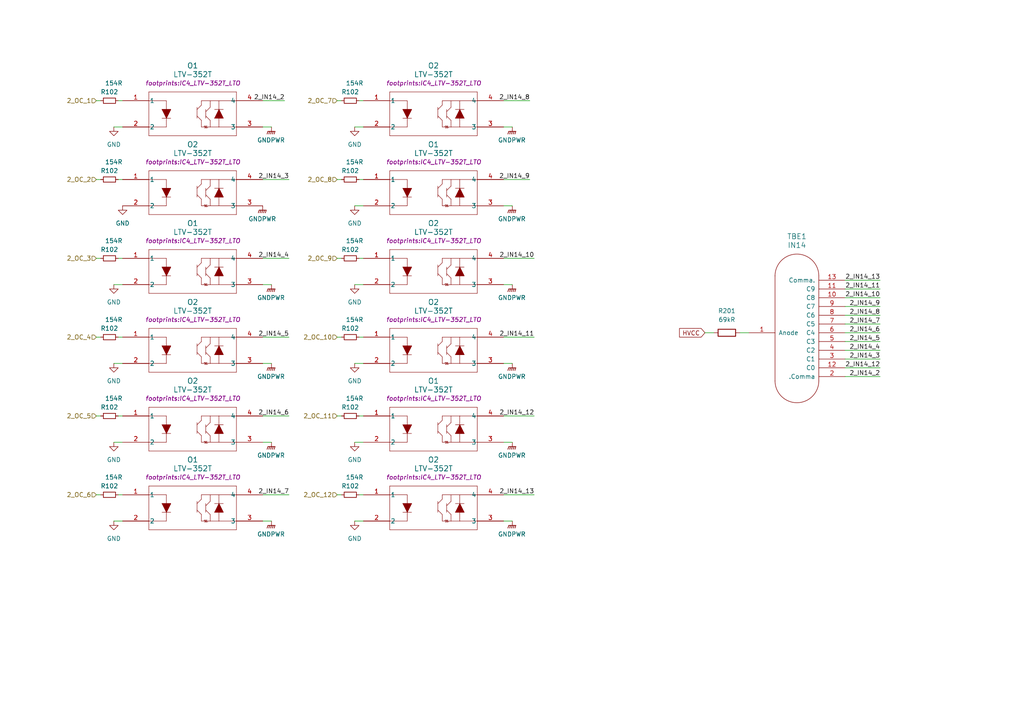
<source format=kicad_sch>
(kicad_sch (version 20230121) (generator eeschema)
  (paper "A4")
  (lib_symbols
    (symbol "Device:R" (pin_numbers hide) (pin_names (offset 0))
      (property "Reference" "R" (at 2.032 0 90))
      (property "Value" "R" (at 0 0 90))
      (symbol "R_0_1"
        (rectangle (start -1.016 -2.54) (end 1.016 2.54) (stroke (width 0.254)))
      )
      (symbol "R_1_1"
        (pin passive line (at 0 3.81 270) (length 1.27) (name "~") (number "1"))
        (pin passive line (at 0 -3.81 90) (length 1.27) (name "~") (number "2"))
      )
    )
    (symbol "Device:R_Small" (pin_numbers hide) (pin_names (offset 0.254) hide)
      (property "Reference" "R" (at 0.762 0.508 0))
      (property "Value" "R_Small" (at 0.762 -1.016 0))
      (symbol "R_Small_0_1"
        (rectangle (start -0.762 1.778) (end 0.762 -1.778) (stroke (width 0.2032)))
      )
      (symbol "R_Small_1_1"
        (pin passive line (at 0 2.54 270) (length 0.762) (name "~") (number "1"))
        (pin passive line (at 0 -2.54 90) (length 0.762) (name "~") (number "2"))
      )
    )
    (symbol "LTV-352T_LTO:LTV-352T" (pin_names (offset 0.254))
      (property "Reference" "U" (at 0 12.7 0))
      (property "Value" "LTV-352T" (at 0 10.16 0))
      (property "Footprint" "footprints:IC4_LTV-352T_LTO" (at 0 7.62 0))
      (symbol "LTV-352T_0_1"
        (polyline (pts (xy -12.7 -6.35) (xy 12.7 -6.35)) (stroke (width 0.127)))
        (polyline (pts (xy -12.7 -3.81) (xy -7.62 -3.81)) (stroke (width 0.127)))
        (polyline (pts (xy -12.7 3.81) (xy -7.62 3.81)) (stroke (width 0.127)))
        (polyline (pts (xy -12.7 6.35) (xy -12.7 -6.35)) (stroke (width 0.127)))
        (polyline (pts (xy -8.89 -1.27) (xy -6.35 -1.27)) (stroke (width 0.127)))
        (polyline (pts (xy -8.89 1.27) (xy -7.62 -1.27)) (stroke (width 0.127)))
        (polyline (pts (xy -8.89 1.27) (xy -6.35 1.27)) (stroke (width 0.127)))
        (polyline (pts (xy -7.62 3.81) (xy -7.62 -3.81)) (stroke (width 0.127)))
        (polyline (pts (xy -6.35 1.27) (xy -7.62 -1.27)) (stroke (width 0.127)))
        (polyline (pts (xy 1.27 -0.635) (xy 2.54 -1.905)) (stroke (width 0.127)))
        (polyline (pts (xy 1.27 1.905) (xy 1.27 -1.27)) (stroke (width 0.127)))
        (polyline (pts (xy 2.54 -3.81) (xy 3.175 -3.81)) (stroke (width 0.127)))
        (polyline (pts (xy 2.54 -1.905) (xy 2.54 -3.81)) (stroke (width 0.127)))
        (polyline (pts (xy 2.54 2.54) (xy 1.27 1.27)) (stroke (width 0.127)))
        (polyline (pts (xy 2.54 3.81) (xy 2.54 2.54)) (stroke (width 0.127)))
        (polyline (pts (xy 3.175 -3.81) (xy 3.4925 -3.4925)) (stroke (width 0.127)))
        (polyline (pts (xy 3.4925 -4.1275) (xy 3.81 -3.4925)) (stroke (width 0.127)))
        (polyline (pts (xy 3.4925 -3.4925) (xy 3.4925 -4.1275)) (stroke (width 0.127)))
        (polyline (pts (xy 3.81 -4.1275) (xy 4.1275 -3.4925)) (stroke (width 0.127)))
        (polyline (pts (xy 3.81 -3.4925) (xy 3.81 -4.1275)) (stroke (width 0.127)))
        (polyline (pts (xy 3.81 -0.635) (xy 5.08 -1.905)) (stroke (width 0.127)))
        (polyline (pts (xy 3.81 0.635) (xy 5.08 1.905)) (stroke (width 0.127)))
        (polyline (pts (xy 3.81 1.27) (xy 3.81 -1.27)) (stroke (width 0.127)))
        (polyline (pts (xy 4.1275 -4.1275) (xy 4.445 -3.81)) (stroke (width 0.127)))
        (polyline (pts (xy 4.1275 -3.4925) (xy 4.1275 -4.1275)) (stroke (width 0.127)))
        (polyline (pts (xy 5.08 -3.81) (xy 4.445 -3.81)) (stroke (width 0.127)))
        (polyline (pts (xy 5.08 -1.905) (xy 5.08 -3.81)) (stroke (width 0.127)))
        (polyline (pts (xy 5.08 1.905) (xy 5.08 3.81)) (stroke (width 0.127)))
        (polyline (pts (xy 6.35 -1.27) (xy 7.62 1.27)) (stroke (width 0.127)))
        (polyline (pts (xy 6.35 -1.27) (xy 8.89 -1.27)) (stroke (width 0.127)))
        (polyline (pts (xy 6.35 1.27) (xy 8.89 1.27)) (stroke (width 0.127)))
        (polyline (pts (xy 7.62 -3.81) (xy 5.08 -3.81)) (stroke (width 0.127)))
        (polyline (pts (xy 7.62 -3.81) (xy 12.7 -3.81)) (stroke (width 0.127)))
        (polyline (pts (xy 7.62 1.27) (xy 8.89 -1.27)) (stroke (width 0.127)))
        (polyline (pts (xy 7.62 3.81) (xy 2.54 3.81)) (stroke (width 0.127)))
        (polyline (pts (xy 7.62 3.81) (xy 7.62 -3.81)) (stroke (width 0.127)))
        (polyline (pts (xy 12.7 -6.35) (xy 12.7 6.35)) (stroke (width 0.127)))
        (polyline (pts (xy 12.7 3.81) (xy 7.62 3.81)) (stroke (width 0.127)))
        (polyline (pts (xy 12.7 6.35) (xy -12.7 6.35)) (stroke (width 0.127)))
        (polyline (pts (xy -8.89 1.27) (xy -6.35 1.27) (xy -7.62 -1.27)) (fill (type outline)))
        (polyline (pts (xy 6.35 -1.27) (xy 8.89 -1.27) (xy 7.62 1.27)) (fill (type outline)))
        (pin passive line (at -20.32 3.81 0) (length 7.62) (name "1") (number "1"))
        (pin passive line (at -20.32 -3.81 0) (length 7.62) (name "2") (number "2"))
        (pin passive line (at 20.32 -3.81 180) (length 7.62) (name "3") (number "3"))
        (pin passive line (at 20.32 3.81 180) (length 7.62) (name "4") (number "4"))
      )
    )
    (symbol "in-14_nixie:IN14-Nixie_proj-rescue" (pin_names (offset 1.016))
      (property "Reference" "TBE202" (at -2.54 0 0))
      (property "Value" "IN14" (at -8.89 -7.62 0))
      (symbol "IN14-Nixie_proj-rescue_0_1"
        (arc (start -6.35 -1.27) (mid -12.6724 -7.62) (end -6.35 -13.97))
        (polyline (pts (xy -6.35 -13.97) (xy 24.13 -13.97)))
        (polyline (pts (xy 24.13 -1.27) (xy -6.35 -1.27)))
        (arc (start 24.13 -13.97) (mid 30.4524 -7.62) (end 24.13 -1.27))
      )
      (symbol "IN14-Nixie_proj-rescue_1_1"
        (pin input line (at 7.62 6.35 270) (length 7.62) (name "Anode") (number "1"))
        (pin passive line (at 17.78 -21.59 90) (length 7.62) (name "C8") (number "10"))
        (pin passive line (at 20.32 -21.59 90) (length 7.62) (name "C9") (number "11"))
        (pin passive line (at -2.54 -21.59 90) (length 7.62) (name "C0") (number "12"))
        (pin passive line (at 22.86 -21.59 90) (length 7.62) (name "Comma.") (number "13"))
        (pin passive line (at -5.08 -21.59 90) (length 7.62) (name ".Comma") (number "2"))
        (pin passive line (at 0 -21.59 90) (length 7.62) (name "C1") (number "3"))
        (pin passive line (at 2.54 -21.59 90) (length 7.62) (name "C2") (number "4"))
        (pin passive line (at 5.08 -21.59 90) (length 7.62) (name "C3") (number "5"))
        (pin passive line (at 7.62 -21.59 90) (length 7.62) (name "C4") (number "6"))
        (pin passive line (at 10.16 -21.59 90) (length 7.62) (name "C5") (number "7"))
        (pin passive line (at 12.7 -21.59 90) (length 7.62) (name "C6") (number "8"))
        (pin passive line (at 15.24 -21.59 90) (length 7.62) (name "C7") (number "9"))
      )
    )
    (symbol "power:GND" (power) (pin_names (offset 0))
      (property "Value" "GND" (at 0 -3.81 0))
      (symbol "GND_0_1"
        (polyline (pts (xy 0 0) (xy 0 -1.27) (xy 1.27 -1.27) (xy 0 -2.54) (xy -1.27 -1.27) (xy 0 -1.27)))
      )
      (symbol "GND_1_1"
        (pin power_in line (at 0 0 270) (length 0) hide (name "GND") (number "1"))
      )
    )
    (symbol "power:GNDPWR" (power) (pin_names (offset 0))
      (property "Value" "GNDPWR" (at 0 -3.302 0))
      (symbol "GNDPWR_0_1"
        (polyline (pts (xy 0 -1.27) (xy 0 0)))
        (polyline (pts (xy -1.016 -1.27) (xy -1.27 -2.032) (xy -1.27 -2.032)) (stroke (width 0.2032)))
        (polyline (pts (xy -0.508 -1.27) (xy -0.762 -2.032) (xy -0.762 -2.032)) (stroke (width 0.2032)))
        (polyline (pts (xy 0 -1.27) (xy -0.254 -2.032) (xy -0.254 -2.032)) (stroke (width 0.2032)))
        (polyline (pts (xy 0.508 -1.27) (xy 0.254 -2.032) (xy 0.254 -2.032)) (stroke (width 0.2032)))
        (polyline (pts (xy 1.016 -1.27) (xy -1.016 -1.27) (xy -1.016 -1.27)) (stroke (width 0.2032)))
        (polyline (pts (xy 1.016 -1.27) (xy 0.762 -2.032) (xy 0.762 -2.032) (xy 0.762 -2.032)) (stroke (width 0.2032)))
      )
      (symbol "GNDPWR_1_1"
        (pin power_in line (at 0 0 270) (length 0) hide (name "GNDPWR") (number "1"))
      )
    )
  )
  (wire (pts (xy 35.56 151.13) (xy 33.02 151.13)))
  (wire (pts (xy 104.14 143.51) (xy 105.41 143.51)))
  (wire (pts (xy 34.29 143.51) (xy 35.56 143.51)))
  (wire (pts (xy 255.27 83.82) (xy 245.11 83.82)))
  (wire (pts (xy 104.14 74.93) (xy 105.41 74.93)))
  (wire (pts (xy 102.87 105.41) (xy 105.41 105.41)))
  (wire (pts (xy 102.87 59.69) (xy 105.41 59.69)))
  (wire (pts (xy 154.94 143.51) (xy 146.05 143.51)))
  (wire (pts (xy 27.94 120.65) (xy 29.21 120.65)))
  (wire (pts (xy 83.82 52.07) (xy 76.2 52.07)))
  (wire (pts (xy 204.47 96.52) (xy 207.01 96.52)))
  (wire (pts (xy 102.87 82.55) (xy 105.41 82.55)))
  (wire (pts (xy 104.14 29.21) (xy 105.41 29.21)))
  (wire (pts (xy 153.67 52.07) (xy 146.05 52.07)))
  (wire (pts (xy 255.27 106.68) (xy 245.11 106.68)))
  (wire (pts (xy 255.27 101.6) (xy 245.11 101.6)))
  (wire (pts (xy 83.82 120.65) (xy 76.2 120.65)))
  (wire (pts (xy 154.94 97.79) (xy 146.05 97.79)))
  (wire (pts (xy 83.82 74.93) (xy 76.2 74.93)))
  (wire (pts (xy 104.14 52.07) (xy 105.41 52.07)))
  (wire (pts (xy 102.87 36.83) (xy 105.41 36.83)))
  (wire (pts (xy 97.79 97.79) (xy 99.06 97.79)))
  (wire (pts (xy 255.27 91.44) (xy 245.11 91.44)))
  (wire (pts (xy 83.82 143.51) (xy 76.2 143.51)))
  (wire (pts (xy 146.05 105.41) (xy 148.59 105.41)))
  (wire (pts (xy 97.79 120.65) (xy 99.06 120.65)))
  (wire (pts (xy 34.29 52.07) (xy 35.56 52.07)))
  (wire (pts (xy 102.87 151.13) (xy 105.41 151.13)))
  (wire (pts (xy 104.14 120.65) (xy 105.41 120.65)))
  (wire (pts (xy 76.2 36.83) (xy 78.74 36.83)))
  (wire (pts (xy 35.56 128.27) (xy 33.02 128.27)))
  (wire (pts (xy 27.94 29.21) (xy 29.21 29.21)))
  (wire (pts (xy 27.94 52.07) (xy 29.21 52.07)))
  (wire (pts (xy 146.05 151.13) (xy 148.59 151.13)))
  (wire (pts (xy 97.79 143.51) (xy 99.06 143.51)))
  (wire (pts (xy 214.63 96.52) (xy 217.17 96.52)))
  (wire (pts (xy 34.29 97.79) (xy 35.56 97.79)))
  (wire (pts (xy 146.05 36.83) (xy 148.59 36.83)))
  (wire (pts (xy 97.79 74.93) (xy 99.06 74.93)))
  (wire (pts (xy 146.05 59.69) (xy 148.59 59.69)))
  (wire (pts (xy 35.56 82.55) (xy 33.02 82.55)))
  (wire (pts (xy 255.27 109.22) (xy 245.11 109.22)))
  (wire (pts (xy 97.79 52.07) (xy 99.06 52.07)))
  (wire (pts (xy 255.27 86.36) (xy 245.11 86.36)))
  (wire (pts (xy 146.05 128.27) (xy 148.59 128.27)))
  (wire (pts (xy 146.05 82.55) (xy 148.59 82.55)))
  (wire (pts (xy 76.2 105.41) (xy 78.74 105.41)))
  (wire (pts (xy 27.94 97.79) (xy 29.21 97.79)))
  (wire (pts (xy 255.27 96.52) (xy 245.11 96.52)))
  (wire (pts (xy 34.29 74.93) (xy 35.56 74.93)))
  (wire (pts (xy 76.2 128.27) (xy 78.74 128.27)))
  (wire (pts (xy 104.14 97.79) (xy 105.41 97.79)))
  (wire (pts (xy 255.27 93.98) (xy 245.11 93.98)))
  (wire (pts (xy 34.29 120.65) (xy 35.56 120.65)))
  (wire (pts (xy 82.55 29.21) (xy 76.2 29.21)))
  (wire (pts (xy 255.27 99.06) (xy 245.11 99.06)))
  (wire (pts (xy 255.27 88.9) (xy 245.11 88.9)))
  (wire (pts (xy 154.94 74.93) (xy 146.05 74.93)))
  (wire (pts (xy 255.27 104.14) (xy 245.11 104.14)))
  (wire (pts (xy 154.94 120.65) (xy 146.05 120.65)))
  (wire (pts (xy 102.87 128.27) (xy 105.41 128.27)))
  (wire (pts (xy 35.56 36.83) (xy 33.02 36.83)))
  (wire (pts (xy 35.56 105.41) (xy 33.02 105.41)))
  (wire (pts (xy 83.82 97.79) (xy 76.2 97.79)))
  (wire (pts (xy 27.94 143.51) (xy 29.21 143.51)))
  (wire (pts (xy 76.2 82.55) (xy 78.74 82.55)))
  (wire (pts (xy 97.79 29.21) (xy 99.06 29.21)))
  (wire (pts (xy 255.27 81.28) (xy 245.11 81.28)))
  (wire (pts (xy 27.94 74.93) (xy 29.21 74.93)))
  (wire (pts (xy 76.2 151.13) (xy 78.74 151.13)))
  (wire (pts (xy 153.67 29.21) (xy 146.05 29.21)))
  (wire (pts (xy 34.29 29.21) (xy 35.56 29.21)))
  (label "2_IN14_4" (at 255.27 101.6 180))
  (label "2_IN14_2" (at 82.55 29.21 180))
  (label "2_IN14_3" (at 255.27 104.14 180))
  (label "2_IN14_7" (at 83.82 143.51 180))
  (label "2_IN14_9" (at 255.27 88.9 180))
  (label "2_IN14_9" (at 153.67 52.07 180))
  (label "2_IN14_4" (at 83.82 74.93 180))
  (label "2_IN14_8" (at 153.67 29.21 180))
  (label "2_IN14_13" (at 154.94 143.51 180))
  (label "2_IN14_10" (at 154.94 74.93 180))
  (label "2_IN14_5" (at 255.27 99.06 180))
  (label "2_IN14_10" (at 255.27 86.36 180))
  (label "2_IN14_6" (at 255.27 96.52 180))
  (label "2_IN14_12" (at 154.94 120.65 180))
  (label "2_IN14_5" (at 83.82 97.79 180))
  (label "2_IN14_11" (at 154.94 97.79 180))
  (label "2_IN14_11" (at 255.27 83.82 180))
  (label "2_IN14_13" (at 255.27 81.28 180))
  (label "2_IN14_12" (at 255.27 106.68 180))
  (label "2_IN14_6" (at 83.82 120.65 180))
  (label "2_IN14_3" (at 83.82 52.07 180))
  (label "2_IN14_8" (at 255.27 91.44 180))
  (label "2_IN14_2" (at 255.27 109.22 180))
  (label "2_IN14_7" (at 255.27 93.98 180))
  (global_label "HVCC" (shape input) (at 204.47 96.52 180) (property "Intersheetrefs" "${INTERSHEET_REFS}" (effects hide)))
  (hierarchical_label "2_OC_4" (shape input) (at 27.94 97.79 180))
  (hierarchical_label "2_OC_1" (shape input) (at 27.94 29.21 180))
  (hierarchical_label "2_OC_7" (shape input) (at 97.79 29.21 180))
  (hierarchical_label "2_OC_9" (shape input) (at 97.79 74.93 180))
  (hierarchical_label "2_OC_5" (shape input) (at 27.94 120.65 180))
  (hierarchical_label "2_OC_10" (shape input) (at 97.79 97.79 180))
  (hierarchical_label "2_OC_8" (shape input) (at 97.79 52.07 180))
  (hierarchical_label "2_OC_11" (shape input) (at 97.79 120.65 180))
  (hierarchical_label "2_OC_2" (shape input) (at 27.94 52.07 180))
  (hierarchical_label "2_OC_12" (shape input) (at 97.79 143.51 180))
  (hierarchical_label "2_OC_6" (shape input) (at 27.94 143.51 180))
  (hierarchical_label "2_OC_3" (shape input) (at 27.94 74.93 180))
  (symbol (lib_id "Device:R_Small") (at 101.6 120.65 90) (unit 1)
    (property "Reference" "R102" (at 104.14 118.11 90) (effects (justify left)))
    (property "Value" "154R" (at 105.41 115.57 90) (effects (justify left)))
    (property "Footprint" "Resistor_SMD:R_0603_1608Metric_Pad0.98x0.95mm_HandSolder" (effects hide))
    (instances (project "Nixie_Module" (path "" (reference "R102") (unit 1)) (path "" (reference "R202") (unit 1)) (path "" (reference "R311") (unit 1))))
  )
  (symbol (lib_id "power:GND") (at 33.02 128.27 0) (unit 1)
    (property "Reference" "#PWR015" (effects hide))
    (property "Value" "GND" (at 33.02 133.35 0))
    (instances (project "Nixie_Module" (path "" (reference "#PWR015") (unit 1)) (path "" (reference "#PWR0317") (unit 1))))
  )
  (symbol (lib_id "Device:R_Small") (at 31.75 29.21 90) (unit 1)
    (property "Reference" "R102" (at 34.29 26.67 90) (effects (justify left)))
    (property "Value" "154R" (at 35.56 24.13 90) (effects (justify left)))
    (property "Footprint" "Resistor_SMD:R_0603_1608Metric_Pad0.98x0.95mm_HandSolder" (effects hide))
    (instances (project "Nixie_Module" (path "" (reference "R102") (unit 1)) (path "" (reference "R202") (unit 1)) (path "" (reference "R301") (unit 1))))
  )
  (symbol (lib_id "LTV-352T_LTO:LTV-352T") (at 125.73 78.74 0) (unit 1)
    (property "Reference" "O2" (at 125.73 64.77 0) (effects (font (size 1.524 1.524))))
    (property "Value" "LTV-352T" (at 125.73 67.31 0) (effects (font (size 1.524 1.524))))
    (property "Footprint" "footprints:IC4_LTV-352T_LTO" (at 125.73 69.85 0) (effects (font italic)))
    (property "Datasheet" "LTV-352T" (effects hide))
    (instances (project "Nixie_Module" (path "" (reference "O2") (unit 1)) (path "" (reference "O9") (unit 1)) (path "" (reference "O306") (unit 1))))
  )
  (symbol (lib_id "LTV-352T_LTO:LTV-352T") (at 125.73 101.6 0) (unit 1)
    (property "Reference" "O2" (at 125.73 87.63 0) (effects (font (size 1.524 1.524))))
    (property "Value" "LTV-352T" (at 125.73 90.17 0) (effects (font (size 1.524 1.524))))
    (property "Footprint" "footprints:IC4_LTV-352T_LTO" (at 125.73 92.71 0) (effects (font italic)))
    (property "Datasheet" "LTV-352T" (effects hide))
    (instances (project "Nixie_Module" (path "" (reference "O2") (unit 1)) (path "" (reference "O10") (unit 1)) (path "" (reference "O308") (unit 1))))
  )
  (symbol (lib_id "Device:R_Small") (at 101.6 74.93 90) (unit 1)
    (property "Reference" "R102" (at 104.14 72.39 90) (effects (justify left)))
    (property "Value" "154R" (at 105.41 69.85 90) (effects (justify left)))
    (property "Footprint" "Resistor_SMD:R_0603_1608Metric_Pad0.98x0.95mm_HandSolder" (effects hide))
    (instances (project "Nixie_Module" (path "" (reference "R102") (unit 1)) (path "" (reference "R202") (unit 1)) (path "" (reference "R306") (unit 1))))
  )
  (symbol (lib_id "LTV-352T_LTO:LTV-352T") (at 125.73 55.88 0) (unit 1)
    (property "Reference" "O1" (at 125.73 41.91 0) (effects (font (size 1.524 1.524))))
    (property "Value" "LTV-352T" (at 125.73 44.45 0) (effects (font (size 1.524 1.524))))
    (property "Footprint" "footprints:IC4_LTV-352T_LTO" (at 125.73 46.99 0) (effects (font italic)))
    (property "Datasheet" "LTV-352T" (effects hide))
    (instances (project "Nixie_Module" (path "" (reference "O1") (unit 1)) (path "" (reference "O8") (unit 1)) (path "" (reference "O304") (unit 1))))
  )
  (symbol (lib_id "power:GNDPWR") (at 148.59 151.13 0) (unit 1)
    (property "Reference" "#PWR0120" (effects hide))
    (property "Value" "GNDPWR" (at 148.463 154.94 0))
    (instances (project "Nixie_Module" (path "" (reference "#PWR0120") (unit 1)) (path "" (reference "#PWR0324") (unit 1))))
  )
  (symbol (lib_id "power:GNDPWR") (at 78.74 105.41 0) (unit 1)
    (property "Reference" "#PWR0120" (effects hide))
    (property "Value" "GNDPWR" (at 78.613 109.22 0))
    (instances (project "Nixie_Module" (path "" (reference "#PWR0120") (unit 1)) (path "" (reference "#PWR0314") (unit 1))))
  )
  (symbol (lib_id "power:GND") (at 102.87 36.83 0) (unit 1)
    (property "Reference" "#PWR0201" (effects hide))
    (property "Value" "GND" (at 102.87 41.91 0))
    (instances (project "Nixie_Module" (path "" (reference "#PWR0201") (unit 1)) (path "" (reference "#PWR0303") (unit 1))))
  )
  (symbol (lib_id "Device:R_Small") (at 101.6 29.21 90) (unit 1)
    (property "Reference" "R102" (at 104.14 26.67 90) (effects (justify left)))
    (property "Value" "154R" (at 105.41 24.13 90) (effects (justify left)))
    (property "Footprint" "Resistor_SMD:R_0603_1608Metric_Pad0.98x0.95mm_HandSolder" (effects hide))
    (instances (project "Nixie_Module" (path "" (reference "R102") (unit 1)) (path "" (reference "R202") (unit 1)) (path "" (reference "R302") (unit 1))))
  )
  (symbol (lib_id "power:GNDPWR") (at 78.74 36.83 0) (unit 1)
    (property "Reference" "#PWR0120" (effects hide))
    (property "Value" "GNDPWR" (at 78.613 40.64 0))
    (instances (project "Nixie_Module" (path "" (reference "#PWR0120") (unit 1)) (path "" (reference "#PWR0302") (unit 1))))
  )
  (symbol (lib_id "power:GND") (at 33.02 82.55 0) (unit 1)
    (property "Reference" "#PWR017" (effects hide))
    (property "Value" "GND" (at 33.02 87.63 0))
    (instances (project "Nixie_Module" (path "" (reference "#PWR017") (unit 1)) (path "" (reference "#PWR0309") (unit 1))))
  )
  (symbol (lib_id "Device:R_Small") (at 31.75 74.93 90) (unit 1)
    (property "Reference" "R102" (at 34.29 72.39 90) (effects (justify left)))
    (property "Value" "154R" (at 35.56 69.85 90) (effects (justify left)))
    (property "Footprint" "Resistor_SMD:R_0603_1608Metric_Pad0.98x0.95mm_HandSolder" (effects hide))
    (instances (project "Nixie_Module" (path "" (reference "R102") (unit 1)) (path "" (reference "R202") (unit 1)) (path "" (reference "R305") (unit 1))))
  )
  (symbol (lib_id "power:GNDPWR") (at 148.59 128.27 0) (unit 1)
    (property "Reference" "#PWR0120" (effects hide))
    (property "Value" "GNDPWR" (at 148.463 132.08 0))
    (instances (project "Nixie_Module" (path "" (reference "#PWR0120") (unit 1)) (path "" (reference "#PWR0320") (unit 1))))
  )
  (symbol (lib_id "power:GNDPWR") (at 78.74 128.27 0) (unit 1)
    (property "Reference" "#PWR0120" (effects hide))
    (property "Value" "GNDPWR" (at 78.613 132.08 0))
    (instances (project "Nixie_Module" (path "" (reference "#PWR0120") (unit 1)) (path "" (reference "#PWR0318") (unit 1))))
  )
  (symbol (lib_id "power:GNDPWR") (at 148.59 59.69 0) (unit 1)
    (property "Reference" "#PWR0120" (effects hide))
    (property "Value" "GNDPWR" (at 148.463 63.5 0))
    (instances (project "Nixie_Module" (path "" (reference "#PWR0120") (unit 1)) (path "" (reference "#PWR0308") (unit 1))))
  )
  (symbol (lib_id "Device:R") (at 210.82 96.52 270) (unit 1)
    (property "Reference" "R201" (at 210.82 90.17 90))
    (property "Value" "69kR" (at 210.82 92.71 90))
    (property "Footprint" "Resistor_THT:R_Axial_DIN0207_L6.3mm_D2.5mm_P7.62mm_Horizontal" (effects hide))
    (instances (project "Nixie_Module" (path "" (reference "R201") (unit 1)) (path "" (reference "R307") (unit 1))))
  )
  (symbol (lib_id "Device:R_Small") (at 101.6 52.07 90) (unit 1)
    (property "Reference" "R102" (at 104.14 49.53 90) (effects (justify left)))
    (property "Value" "154R" (at 105.41 46.99 90) (effects (justify left)))
    (property "Footprint" "Resistor_SMD:R_0603_1608Metric_Pad0.98x0.95mm_HandSolder" (effects hide))
    (instances (project "Nixie_Module" (path "" (reference "R102") (unit 1)) (path "" (reference "R202") (unit 1)) (path "" (reference "R304") (unit 1))))
  )
  (symbol (lib_id "Device:R_Small") (at 101.6 143.51 90) (unit 1)
    (property "Reference" "R102" (at 104.14 140.97 90) (effects (justify left)))
    (property "Value" "154R" (at 105.41 138.43 90) (effects (justify left)))
    (property "Footprint" "Resistor_SMD:R_0603_1608Metric_Pad0.98x0.95mm_HandSolder" (effects hide))
    (instances (project "Nixie_Module" (path "" (reference "R102") (unit 1)) (path "" (reference "R202") (unit 1)) (path "" (reference "R313") (unit 1))))
  )
  (symbol (lib_id "LTV-352T_LTO:LTV-352T") (at 55.88 78.74 0) (unit 1)
    (property "Reference" "O1" (at 55.88 64.77 0) (effects (font (size 1.524 1.524))))
    (property "Value" "LTV-352T" (at 55.88 67.31 0) (effects (font (size 1.524 1.524))))
    (property "Footprint" "footprints:IC4_LTV-352T_LTO" (at 55.88 69.85 0) (effects (font italic)))
    (property "Datasheet" "LTV-352T" (effects hide))
    (instances (project "Nixie_Module" (path "" (reference "O1") (unit 1)) (path "" (reference "O3") (unit 1)) (path "" (reference "O305") (unit 1))))
  )
  (symbol (lib_id "power:GNDPWR") (at 76.2 59.69 0) (unit 1)
    (property "Reference" "#PWR0120" (effects hide))
    (property "Value" "GNDPWR" (at 76.073 63.5 0))
    (instances (project "Nixie_Module" (path "" (reference "#PWR0120") (unit 1)) (path "" (reference "#PWR0306") (unit 1))))
  )
  (symbol (lib_id "Device:R_Small") (at 31.75 120.65 90) (unit 1)
    (property "Reference" "R102" (at 34.29 118.11 90) (effects (justify left)))
    (property "Value" "154R" (at 35.56 115.57 90) (effects (justify left)))
    (property "Footprint" "Resistor_SMD:R_0603_1608Metric_Pad0.98x0.95mm_HandSolder" (effects hide))
    (instances (project "Nixie_Module" (path "" (reference "R102") (unit 1)) (path "" (reference "R202") (unit 1)) (path "" (reference "R310") (unit 1))))
  )
  (symbol (lib_id "LTV-352T_LTO:LTV-352T") (at 55.88 55.88 0) (unit 1)
    (property "Reference" "O2" (at 55.88 41.91 0) (effects (font (size 1.524 1.524))))
    (property "Value" "LTV-352T" (at 55.88 44.45 0) (effects (font (size 1.524 1.524))))
    (property "Footprint" "footprints:IC4_LTV-352T_LTO" (at 55.88 46.99 0) (effects (font italic)))
    (property "Datasheet" "LTV-352T" (effects hide))
    (instances (project "Nixie_Module" (path "" (reference "O2") (unit 1)) (path "" (reference "O2") (unit 1)) (path "" (reference "O303") (unit 1))))
  )
  (symbol (lib_id "power:GND") (at 102.87 128.27 0) (unit 1)
    (property "Reference" "#PWR0201" (effects hide))
    (property "Value" "GND" (at 102.87 133.35 0))
    (instances (project "Nixie_Module" (path "" (reference "#PWR0201") (unit 1)) (path "" (reference "#PWR0319") (unit 1))))
  )
  (symbol (lib_id "Device:R_Small") (at 101.6 97.79 90) (unit 1)
    (property "Reference" "R102" (at 104.14 95.25 90) (effects (justify left)))
    (property "Value" "154R" (at 105.41 92.71 90) (effects (justify left)))
    (property "Footprint" "Resistor_SMD:R_0603_1608Metric_Pad0.98x0.95mm_HandSolder" (effects hide))
    (instances (project "Nixie_Module" (path "" (reference "R102") (unit 1)) (path "" (reference "R202") (unit 1)) (path "" (reference "R309") (unit 1))))
  )
  (symbol (lib_id "LTV-352T_LTO:LTV-352T") (at 55.88 101.6 0) (unit 1)
    (property "Reference" "O2" (at 55.88 87.63 0) (effects (font (size 1.524 1.524))))
    (property "Value" "LTV-352T" (at 55.88 90.17 0) (effects (font (size 1.524 1.524))))
    (property "Footprint" "footprints:IC4_LTV-352T_LTO" (at 55.88 92.71 0) (effects (font italic)))
    (property "Datasheet" "LTV-352T" (effects hide))
    (instances (project "Nixie_Module" (path "" (reference "O2") (unit 1)) (path "" (reference "O4") (unit 1)) (path "" (reference "O307") (unit 1))))
  )
  (symbol (lib_id "LTV-352T_LTO:LTV-352T") (at 125.73 147.32 0) (unit 1)
    (property "Reference" "O2" (at 125.73 133.35 0) (effects (font (size 1.524 1.524))))
    (property "Value" "LTV-352T" (at 125.73 135.89 0) (effects (font (size 1.524 1.524))))
    (property "Footprint" "footprints:IC4_LTV-352T_LTO" (at 125.73 138.43 0) (effects (font italic)))
    (property "Datasheet" "LTV-352T" (effects hide))
    (instances (project "Nixie_Module" (path "" (reference "O2") (unit 1)) (path "" (reference "O12") (unit 1)) (path "" (reference "O312") (unit 1))))
  )
  (symbol (lib_id "Device:R_Small") (at 31.75 52.07 90) (unit 1)
    (property "Reference" "R102" (at 34.29 49.53 90) (effects (justify left)))
    (property "Value" "154R" (at 35.56 46.99 90) (effects (justify left)))
    (property "Footprint" "Resistor_SMD:R_0603_1608Metric_Pad0.98x0.95mm_HandSolder" (effects hide))
    (instances (project "Nixie_Module" (path "" (reference "R102") (unit 1)) (path "" (reference "R202") (unit 1)) (path "" (reference "R303") (unit 1))))
  )
  (symbol (lib_id "Device:R_Small") (at 31.75 143.51 90) (unit 1)
    (property "Reference" "R102" (at 34.29 140.97 90) (effects (justify left)))
    (property "Value" "154R" (at 35.56 138.43 90) (effects (justify left)))
    (property "Footprint" "Resistor_SMD:R_0603_1608Metric_Pad0.98x0.95mm_HandSolder" (effects hide))
    (instances (project "Nixie_Module" (path "" (reference "R102") (unit 1)) (path "" (reference "R202") (unit 1)) (path "" (reference "R312") (unit 1))))
  )
  (symbol (lib_id "power:GND") (at 102.87 59.69 0) (unit 1)
    (property "Reference" "#PWR0201" (effects hide))
    (property "Value" "GND" (at 102.87 64.77 0))
    (instances (project "Nixie_Module" (path "" (reference "#PWR0201") (unit 1)) (path "" (reference "#PWR0307") (unit 1))))
  )
  (symbol (lib_id "power:GND") (at 33.02 151.13 0) (unit 1)
    (property "Reference" "#PWR014" (effects hide))
    (property "Value" "GND" (at 33.02 156.21 0))
    (instances (project "Nixie_Module" (path "" (reference "#PWR014") (unit 1)) (path "" (reference "#PWR0321") (unit 1))))
  )
  (symbol (lib_id "power:GNDPWR") (at 78.74 151.13 0) (unit 1)
    (property "Reference" "#PWR0120" (effects hide))
    (property "Value" "GNDPWR" (at 78.613 154.94 0))
    (instances (project "Nixie_Module" (path "" (reference "#PWR0120") (unit 1)) (path "" (reference "#PWR0322") (unit 1))))
  )
  (symbol (lib_id "power:GND") (at 33.02 105.41 0) (unit 1)
    (property "Reference" "#PWR016" (effects hide))
    (property "Value" "GND" (at 33.02 110.49 0))
    (instances (project "Nixie_Module" (path "" (reference "#PWR016") (unit 1)) (path "" (reference "#PWR0313") (unit 1))))
  )
  (symbol (lib_id "power:GNDPWR") (at 148.59 105.41 0) (unit 1)
    (property "Reference" "#PWR0120" (effects hide))
    (property "Value" "GNDPWR" (at 148.463 109.22 0))
    (instances (project "Nixie_Module" (path "" (reference "#PWR0120") (unit 1)) (path "" (reference "#PWR0316") (unit 1))))
  )
  (symbol (lib_id "LTV-352T_LTO:LTV-352T") (at 125.73 124.46 0) (unit 1)
    (property "Reference" "O1" (at 125.73 110.49 0) (effects (font (size 1.524 1.524))))
    (property "Value" "LTV-352T" (at 125.73 113.03 0) (effects (font (size 1.524 1.524))))
    (property "Footprint" "footprints:IC4_LTV-352T_LTO" (at 125.73 115.57 0) (effects (font italic)))
    (property "Datasheet" "LTV-352T" (effects hide))
    (instances (project "Nixie_Module" (path "" (reference "O1") (unit 1)) (path "" (reference "O11") (unit 1)) (path "" (reference "O310") (unit 1))))
  )
  (symbol (lib_id "LTV-352T_LTO:LTV-352T") (at 125.73 33.02 0) (unit 1)
    (property "Reference" "O2" (at 125.73 19.05 0) (effects (font (size 1.524 1.524))))
    (property "Value" "LTV-352T" (at 125.73 21.59 0) (effects (font (size 1.524 1.524))))
    (property "Footprint" "footprints:IC4_LTV-352T_LTO" (at 125.73 24.13 0) (effects (font italic)))
    (property "Datasheet" "LTV-352T" (effects hide))
    (instances (project "Nixie_Module" (path "" (reference "O2") (unit 1)) (path "" (reference "O7") (unit 1)) (path "" (reference "O302") (unit 1))))
  )
  (symbol (lib_id "power:GNDPWR") (at 148.59 82.55 0) (unit 1)
    (property "Reference" "#PWR0120" (effects hide))
    (property "Value" "GNDPWR" (at 148.463 86.36 0))
    (instances (project "Nixie_Module" (path "" (reference "#PWR0120") (unit 1)) (path "" (reference "#PWR0312") (unit 1))))
  )
  (symbol (lib_id "in-14_nixie:IN14-Nixie_proj-rescue") (at 223.52 104.14 90) (unit 1)
    (property "Reference" "TBE1" (at 231.14 68.58 90) (effects (font (size 1.524 1.524))))
    (property "Value" "IN14" (at 231.14 71.12 90) (effects (font (size 1.524 1.524))))
    (property "Footprint" "footprints:IN-14_Nixie" (effects hide))
    (instances (project "Nixie_Module" (path "" (reference "TBE1") (unit 1)) (path "" (reference "TBE1") (unit 1)) (path "" (reference "TBE301") (unit 1))))
  )
  (symbol (lib_id "power:GND") (at 102.87 151.13 0) (unit 1)
    (property "Reference" "#PWR0201" (effects hide))
    (property "Value" "GND" (at 102.87 156.21 0))
    (instances (project "Nixie_Module" (path "" (reference "#PWR0201") (unit 1)) (path "" (reference "#PWR0323") (unit 1))))
  )
  (symbol (lib_id "power:GND") (at 35.56 59.69 0) (unit 1)
    (property "Reference" "#PWR018" (effects hide))
    (property "Value" "GND" (at 35.56 64.77 0))
    (instances (project "Nixie_Module" (path "" (reference "#PWR018") (unit 1)) (path "" (reference "#PWR0305") (unit 1))))
  )
  (symbol (lib_id "LTV-352T_LTO:LTV-352T") (at 55.88 147.32 0) (unit 1)
    (property "Reference" "O1" (at 55.88 133.35 0) (effects (font (size 1.524 1.524))))
    (property "Value" "LTV-352T" (at 55.88 135.89 0) (effects (font (size 1.524 1.524))))
    (property "Footprint" "footprints:IC4_LTV-352T_LTO" (at 55.88 138.43 0) (effects (font italic)))
    (property "Datasheet" "LTV-352T" (effects hide))
    (instances (project "Nixie_Module" (path "" (reference "O1") (unit 1)) (path "" (reference "O6") (unit 1)) (path "" (reference "O311") (unit 1))))
  )
  (symbol (lib_id "power:GNDPWR") (at 78.74 82.55 0) (unit 1)
    (property "Reference" "#PWR0120" (effects hide))
    (property "Value" "GNDPWR" (at 78.613 86.36 0))
    (instances (project "Nixie_Module" (path "" (reference "#PWR0120") (unit 1)) (path "" (reference "#PWR0310") (unit 1))))
  )
  (symbol (lib_id "LTV-352T_LTO:LTV-352T") (at 55.88 33.02 0) (unit 1)
    (property "Reference" "O1" (at 55.88 19.05 0) (effects (font (size 1.524 1.524))))
    (property "Value" "LTV-352T" (at 55.88 21.59 0) (effects (font (size 1.524 1.524))))
    (property "Footprint" "footprints:IC4_LTV-352T_LTO" (at 55.88 24.13 0) (effects (font italic)))
    (property "Datasheet" "LTV-352T" (effects hide))
    (instances (project "Nixie_Module" (path "" (reference "O1") (unit 1)) (path "" (reference "O1") (unit 1)) (path "" (reference "O301") (unit 1))))
  )
  (symbol (lib_id "power:GND") (at 102.87 105.41 0) (unit 1)
    (property "Reference" "#PWR0201" (effects hide))
    (property "Value" "GND" (at 102.87 110.49 0))
    (instances (project "Nixie_Module" (path "" (reference "#PWR0201") (unit 1)) (path "" (reference "#PWR0315") (unit 1))))
  )
  (symbol (lib_id "power:GND") (at 102.87 82.55 0) (unit 1)
    (property "Reference" "#PWR0201" (effects hide))
    (property "Value" "GND" (at 102.87 87.63 0))
    (instances (project "Nixie_Module" (path "" (reference "#PWR0201") (unit 1)) (path "" (reference "#PWR0311") (unit 1))))
  )
  (symbol (lib_id "LTV-352T_LTO:LTV-352T") (at 55.88 124.46 0) (unit 1)
    (property "Reference" "O2" (at 55.88 110.49 0) (effects (font (size 1.524 1.524))))
    (property "Value" "LTV-352T" (at 55.88 113.03 0) (effects (font (size 1.524 1.524))))
    (property "Footprint" "footprints:IC4_LTV-352T_LTO" (at 55.88 115.57 0) (effects (font italic)))
    (property "Datasheet" "LTV-352T" (effects hide))
    (instances (project "Nixie_Module" (path "" (reference "O2") (unit 1)) (path "" (reference "O5") (unit 1)) (path "" (reference "O309") (unit 1))))
  )
  (symbol (lib_id "power:GND") (at 33.02 36.83 0) (unit 1)
    (property "Reference" "#PWR013" (effects hide))
    (property "Value" "GND" (at 33.02 41.91 0))
    (instances (project "Nixie_Module" (path "" (reference "#PWR013") (unit 1)) (path "" (reference "#PWR0301") (unit 1))))
  )
  (symbol (lib_id "Device:R_Small") (at 31.75 97.79 90) (unit 1)
    (property "Reference" "R102" (at 34.29 95.25 90) (effects (justify left)))
    (property "Value" "154R" (at 35.56 92.71 90) (effects (justify left)))
    (property "Footprint" "Resistor_SMD:R_0603_1608Metric_Pad0.98x0.95mm_HandSolder" (effects hide))
    (instances (project "Nixie_Module" (path "" (reference "R102") (unit 1)) (path "" (reference "R202") (unit 1)) (path "" (reference "R308") (unit 1))))
  )
  (symbol (lib_id "power:GNDPWR") (at 148.59 36.83 0) (unit 1)
    (property "Reference" "#PWR0120" (effects hide))
    (property "Value" "GNDPWR" (at 148.463 40.64 0))
    (instances (project "Nixie_Module" (path "" (reference "#PWR0120") (unit 1)) (path "" (reference "#PWR0304") (unit 1))))
  )
)
</source>
